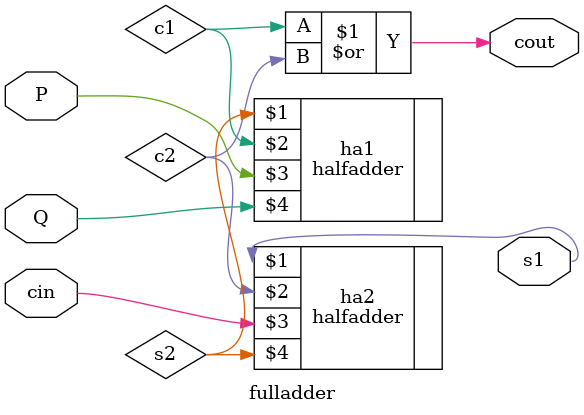
<source format=sv>
`include "halfadder.sv"

module fulladder(output s1,cout, input cin,P,Q);
  wire s2,c2,c1;
  halfadder ha1(s2,c1,P,Q);
  halfadder ha2(s1,c2,cin,s2);
  or or1(cout,c1,c2);
endmodule
</source>
